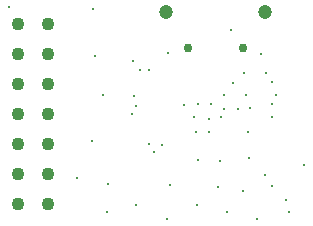
<source format=gbr>
%TF.GenerationSoftware,Altium Limited,Altium Designer,21.1.0 (24)*%
G04 Layer_Color=0*
%FSLAX45Y45*%
%MOMM*%
%TF.SameCoordinates,A42B3F18-A760-40AD-9EC3-E9591E309F50*%
%TF.FilePolarity,Positive*%
%TF.FileFunction,Plated,1,4,PTH,Drill*%
%TF.Part,Single*%
G01*
G75*
%TA.AperFunction,ComponentDrill*%
%ADD94C,1.10000*%
%ADD95C,0.75000*%
%ADD96C,0.75000*%
%ADD97C,1.20000*%
%TA.AperFunction,ViaDrill,NotFilled*%
%ADD98C,0.25000*%
D94*
X200000Y1760000D02*
D03*
Y1506000D02*
D03*
Y1252000D02*
D03*
Y998000D02*
D03*
Y744000D02*
D03*
Y490000D02*
D03*
Y236000D02*
D03*
X454000Y1760000D02*
D03*
Y1506000D02*
D03*
Y1252000D02*
D03*
Y998000D02*
D03*
Y744000D02*
D03*
Y490000D02*
D03*
Y236000D02*
D03*
D95*
X1637500Y1560000D02*
D03*
D96*
X2097500D02*
D03*
D97*
X1450000Y1860000D02*
D03*
X2285000D02*
D03*
D98*
X120000Y1910000D02*
D03*
X1160000Y1000000D02*
D03*
X1180000Y1150000D02*
D03*
X1200000Y1070000D02*
D03*
X1308397Y742403D02*
D03*
X1350000Y680000D02*
D03*
X1420000Y740000D02*
D03*
X920000Y1160000D02*
D03*
X960000Y410000D02*
D03*
X695000Y460000D02*
D03*
X2110000Y1350000D02*
D03*
X2017965Y1265132D02*
D03*
X820000Y772500D02*
D03*
X850000Y1490000D02*
D03*
X1689882Y972191D02*
D03*
X2128175Y1158501D02*
D03*
X1605053Y1074122D02*
D03*
X1724883Y1083207D02*
D03*
X1833416Y1081734D02*
D03*
X1937841Y1160842D02*
D03*
X1940477Y1046619D02*
D03*
X1911993Y971235D02*
D03*
X2060000Y1045000D02*
D03*
X2384267Y1160048D02*
D03*
X2347943Y1085459D02*
D03*
X2159996Y1049998D02*
D03*
X2349566Y976742D02*
D03*
X2347500Y1270395D02*
D03*
X2100000Y350000D02*
D03*
X1724616Y610556D02*
D03*
X1905461Y606013D02*
D03*
X1460000Y110000D02*
D03*
X1200000Y230000D02*
D03*
X950000Y170000D02*
D03*
X1811065Y845001D02*
D03*
X1810000Y960000D02*
D03*
X1702160Y843906D02*
D03*
X2290000Y480000D02*
D03*
X2350000Y390000D02*
D03*
X2300000Y1350000D02*
D03*
X2250000Y1510000D02*
D03*
X1229998Y1369997D02*
D03*
X1310000Y1370000D02*
D03*
X1170000Y1450000D02*
D03*
X2148934Y625000D02*
D03*
X1890000Y380000D02*
D03*
X1480000Y400000D02*
D03*
X2490000Y170000D02*
D03*
X1470000Y1520000D02*
D03*
X2000000Y1710000D02*
D03*
X2620000Y568944D02*
D03*
X830000Y1890000D02*
D03*
X1970000Y170000D02*
D03*
X1710000Y230000D02*
D03*
X2220000Y110000D02*
D03*
X2470000Y270000D02*
D03*
X2140000Y850000D02*
D03*
%TF.MD5,eb0b41e75e44eab3f751215b399cf5eb*%
M02*

</source>
